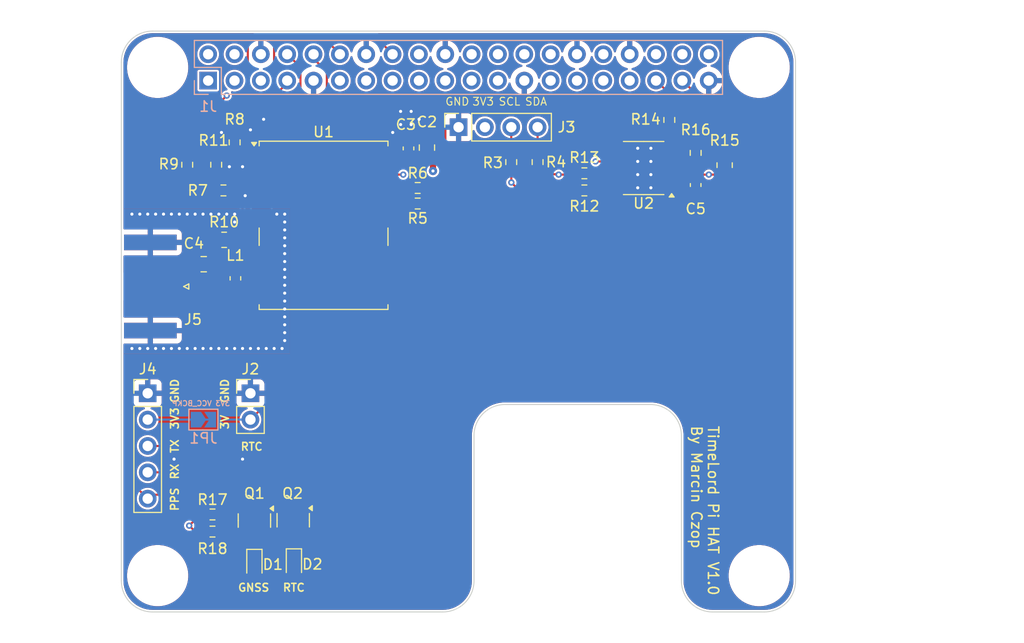
<source format=kicad_pcb>
(kicad_pcb (version 20241229) (generator "pcbnew") (generator_version "9.0")
  (title_block (date "15 nov 2012"))
  (layers (0 "F.Cu" signal) (4 "In1.Cu" signal) (6 "In2.Cu" signal) (2 "B.Cu" signal) (13 "F.Paste" user) (15 "B.Paste" user) (5 "F.SilkS" user "F.Silkscreen") (7 "B.SilkS" user "B.Silkscreen") (1 "F.Mask" user) (3 "B.Mask" user) (25 "Edge.Cuts" user))
  (net 0 "")
  (net 1 "GND")
  (net 2 "/GPIO17")
  (net 3 "/GPIO27")
  (net 4 "/GPIO22")
  (net 5 "/GPIO10{slash}SPI0.MOSI")
  (net 6 "/GPIO9{slash}SPI0.MISO")
  (net 7 "/GPIO25")
  (net 8 "/GPIO11{slash}SPI0.SCLK")
  (net 9 "/GPIO8{slash}SPI0.CE0")
  (net 10 "/GPIO7{slash}SPI0.CE1")
  (net 11 "/ID_SDA")
  (net 12 "/ID_SCL")
  (net 13 "/GPIO5")
  (net 14 "/GPIO6")
  (net 15 "/GPIO12{slash}PWM0")
  (net 16 "/GPIO13{slash}PWM1")
  (net 17 "/GPIO16")
  (net 18 "/GPIO20{slash}PCM.DIN")
  (net 19 "/GPIO21{slash}PCM.DOUT")
  (net 20 "+5V")
  (net 21 "UART_TX")
  (net 22 "+3.3V")
  (net 23 "UART_RX")
  (net 24 "SCL")
  (net 25 "SDA")
  (net 26 "PPS")
  (net 27 "VCC_BCKP")
  (net 28 "RESET")
  (net 29 "SAFEBOOT")
  (net 30 "EXTINT")
  (net 31 "PPS_RTC")
  (net 32 "RTC_RESET")
  (net 33 "Net-(D1-K)")
  (net 34 "Net-(D2-K)")
  (net 35 "Net-(C4-Pad1)")
  (net 36 "Net-(J3-Pin_3)")
  (net 37 "Net-(J3-Pin_4)")
  (net 38 "RF")
  (net 39 "Net-(U1-TXD)")
  (net 40 "Net-(U1-RXD)")
  (net 41 "Net-(U1-EXTINT)")
  (net 42 "Net-(U1-SAFEBOOT_N)")
  (net 43 "Net-(U1-~{RESET})")
  (net 44 "Net-(U1-VCC_RF)")
  (net 45 "Net-(U1-TIMEPULSE)")
  (net 46 "Net-(U2-SCL)")
  (net 47 "Net-(U2-SDA)")
  (net 48 "Net-(U2-~{RST})")
  (net 49 "Net-(U2-~{INT}{slash}SQW)")
  (net 56 "Net-(D1-A)")
  (net 57 "Net-(D2-A)")
  (footprint "Connector_PinSocket_2.54mm:PinSocket_1x04_P2.54mm_Vertical" (layer "F.Cu") (at 132.512 53.264 90)
    (property "Reference" "J3" (at 0 10.414 180) (layer "F.SilkS"))
    (property "Value" "OLED")
    (pad "1" thru_hole rect (at 0 0 90) (size 1.7 1.7) (drill 1) (layers "*.Cu" "*.Mask") (net 1 "GND"))
    (pad "2" thru_hole oval (at 0 2.54 90) (size 1.7 1.7) (drill 1) (layers "*.Cu" "*.Mask") (net 22 "+3.3V"))
    (pad "3" thru_hole oval (at 0 5.08 90) (size 1.7 1.7) (drill 1) (layers "*.Cu" "*.Mask") (net 36 "Net-(J3-Pin_3)"))
    (pad "4" thru_hole oval (at 0 7.62 90) (size 1.7 1.7) (drill 1) (layers "*.Cu" "*.Mask") (net 37 "Net-(J3-Pin_4)"))
  )
  (footprint "MountingHole:MountingHole_2.7mm_M2.5" (layer "F.Cu") (at 161.5 47.5)
    (property "Reference" "MH2" (hide yes))
    (property "Value" "MountingHole_2.7mm_M2.5" (hide yes))
    (pad "" np_thru_hole circle (at 0 0) (size 2.7 2.7) (drill 2.7) (layers "*.Cu" "*.Mask"))
  )
  (footprint "Resistor_SMD:R_0603_1608Metric" (layer "F.Cu") (at 108.7865 92.253)
    (property "Reference" "R18" (at 0 1.651 0) (layer "F.SilkS"))
    (property "Value" "470")
    (pad "1" smd roundrect (at -0.825 0) (size 0.8 0.95) (layers "F.Cu" "F.Mask" "F.Paste") (net 22 "+3.3V"))
    (pad "2" smd roundrect (at 0.825 0) (size 0.8 0.95) (layers "F.Cu" "F.Mask" "F.Paste") (net 57 "Net-(D2-A)"))
  )
  (footprint "Resistor_SMD:R_0603_1608Metric" (layer "F.Cu") (at 140.132 56.629 -90)
    (property "Reference" "R4" (at 0 -1.778 0) (layer "F.SilkS"))
    (property "Value" "33")
    (pad "1" smd roundrect (at -0.825 0 270) (size 0.8 0.95) (layers "F.Cu" "F.Mask" "F.Paste") (net 37 "Net-(J3-Pin_4)"))
    (pad "2" smd roundrect (at 0.825 0 270) (size 0.8 0.95) (layers "F.Cu" "F.Mask" "F.Paste") (net 25 "SDA"))
  )
  (footprint "Resistor_SMD:R_0603_1608Metric" (layer "F.Cu") (at 155.372 55.741 -90)
    (property "Reference" "R16" (at -2.223 0 180) (layer "F.SilkS"))
    (property "Value" "33")
    (pad "1" smd roundrect (at -0.825 0 270) (size 0.8 0.95) (layers "F.Cu" "F.Mask" "F.Paste") (net 31 "PPS_RTC"))
    (pad "2" smd roundrect (at 0.825 0 270) (size 0.8 0.95) (layers "F.Cu" "F.Mask" "F.Paste") (net 49 "Net-(U2-~{INT}{slash}SQW)"))
  )
  (footprint "Resistor_SMD:R_0603_1608Metric" (layer "F.Cu") (at 108.7865 90.602)
    (property "Reference" "R17" (at 0 -1.43 0) (layer "F.SilkS"))
    (property "Value" "470")
    (pad "1" smd roundrect (at -0.825 0) (size 0.8 0.95) (layers "F.Cu" "F.Mask" "F.Paste") (net 22 "+3.3V"))
    (pad "2" smd roundrect (at 0.825 0) (size 0.8 0.95) (layers "F.Cu" "F.Mask" "F.Paste") (net 56 "Net-(D1-A)"))
  )
  (footprint "Resistor_SMD:R_0603_1608Metric" (layer "F.Cu") (at 137.592 56.629 90)
    (property "Reference" "R3" (at -0.063 -1.778 0) (layer "F.SilkS"))
    (property "Value" "33")
    (pad "1" smd roundrect (at -0.825 0 90) (size 0.8 0.95) (layers "F.Cu" "F.Mask" "F.Paste") (net 24 "SCL"))
    (pad "2" smd roundrect (at 0.825 0 90) (size 0.8 0.95) (layers "F.Cu" "F.Mask" "F.Paste") (net 36 "Net-(J3-Pin_3)"))
  )
  (footprint "Resistor_SMD:R_0603_1608Metric" (layer "F.Cu") (at 109.144 56.883 -90)
    (property "Reference" "R11" (at -2.349 0.254 180) (layer "F.SilkS"))
    (property "Value" "33")
    (pad "1" smd roundrect (at -0.825 0 270) (size 0.8 0.95) (layers "F.Cu" "F.Mask" "F.Paste") (net 26 "PPS"))
    (pad "2" smd roundrect (at 0.825 0 270) (size 0.8 0.95) (layers "F.Cu" "F.Mask" "F.Paste") (net 45 "Net-(U1-TIMEPULSE)"))
  )
  (footprint "Package_TO_SOT_SMD:SOT-23" (layer "F.Cu") (at 116.571 91.1585 -90)
    (property "Reference" "Q2" (at -2.5885 0.061 180) (layer "F.SilkS"))
    (property "Value" "BC846")
    (pad "1" smd roundrect (at -0.9375 -0.95 270) (size 1.475 0.6) (layers "F.Cu" "F.Mask" "F.Paste") (net 31 "PPS_RTC"))
    (pad "2" smd roundrect (at -0.9375 0.95 270) (size 1.475 0.6) (layers "F.Cu" "F.Mask" "F.Paste") (net 1 "GND"))
    (pad "3" smd roundrect (at 0.9375 0 270) (size 1.475 0.6) (layers "F.Cu" "F.Mask" "F.Paste") (net 34 "Net-(D2-K)"))
  )
  (footprint "RF_GPS:ublox_NEO" (layer "F.Cu") (at 119.496 62.724)
    (property "Reference" "U1" (at 0 -9 0) (layer "F.SilkS"))
    (property "Value" "NEO-F10T")
    (pad "1" smd roundrect (at -6 -7) (size 1.8 0.8) (layers "F.Cu" "F.Mask" "F.Paste") (net 42 "Net-(U1-SAFEBOOT_N)"))
    (pad "2" smd roundrect (at -6 -5.9) (size 1.8 0.8) (layers "F.Cu" "F.Mask" "F.Paste"))
    (pad "3" smd roundrect (at -6 -4.8) (size 1.8 0.8) (layers "F.Cu" "F.Mask" "F.Paste") (net 45 "Net-(U1-TIMEPULSE)"))
    (pad "4" smd roundrect (at -6 -3.7) (size 1.8 0.8) (layers "F.Cu" "F.Mask" "F.Paste") (net 41 "Net-(U1-EXTINT)"))
    (pad "5" smd roundrect (at -6 -2.6) (size 1.8 0.8) (layers "F.Cu" "F.Mask" "F.Paste"))
    (pad "6" smd roundrect (at -6 -1.5) (size 1.8 0.8) (layers "F.Cu" "F.Mask" "F.Paste"))
    (pad "7" smd roundrect (at -6 -0.4) (size 1.8 0.8) (layers "F.Cu" "F.Mask" "F.Paste"))
    (pad "8" smd roundrect (at -6 2.6) (size 1.8 0.8) (layers "F.Cu" "F.Mask" "F.Paste") (net 43 "Net-(U1-~{RESET})"))
    (pad "9" smd roundrect (at -6 3.7) (size 1.8 0.8) (layers "F.Cu" "F.Mask" "F.Paste") (net 44 "Net-(U1-VCC_RF)"))
    (pad "10" smd roundrect (at -6 4.8) (size 1.8 0.8) (layers "F.Cu" "F.Mask" "F.Paste") (net 1 "GND"))
    (pad "11" smd roundrect (at -6 5.9) (size 1.8 0.8) (layers "F.Cu" "F.Mask" "F.Paste") (net 38 "RF"))
    (pad "12" smd roundrect (at -6 7) (size 1.8 0.8) (layers "F.Cu" "F.Mask" "F.Paste") (net 1 "GND"))
    (pad "13" smd roundrect (at 6 7) (size 1.8 0.8) (layers "F.Cu" "F.Mask" "F.Paste") (net 1 "GND"))
    (pad "14" smd roundrect (at 6 5.9) (size 1.8 0.8) (layers "F.Cu" "F.Mask" "F.Paste"))
    (pad "15" smd roundrect (at 6 4.8) (size 1.8 0.8) (layers "F.Cu" "F.Mask" "F.Paste"))
    (pad "16" smd roundrect (at 6 3.7) (size 1.8 0.8) (layers "F.Cu" "F.Mask" "F.Paste"))
    (pad "17" smd roundrect (at 6 2.6) (size 1.8 0.8) (layers "F.Cu" "F.Mask" "F.Paste"))
    (pad "18" smd roundrect (at 6 -0.4) (size 1.8 0.8) (layers "F.Cu" "F.Mask" "F.Paste"))
    (pad "19" smd roundrect (at 6 -1.5) (size 1.8 0.8) (layers "F.Cu" "F.Mask" "F.Paste"))
    (pad "20" smd roundrect (at 6 -2.6) (size 1.8 0.8) (layers "F.Cu" "F.Mask" "F.Paste") (net 39 "Net-(U1-TXD)"))
    (pad "21" smd roundrect (at 6 -3.7) (size 1.8 0.8) (layers "F.Cu" "F.Mask" "F.Paste") (net 40 "Net-(U1-RXD)"))
    (pad "22" smd roundrect (at 6 -4.8) (size 1.8 0.8) (layers "F.Cu" "F.Mask" "F.Paste") (net 27 "VCC_BCKP"))
    (pad "23" smd roundrect (at 6 -5.9) (size 1.8 0.8) (layers "F.Cu" "F.Mask" "F.Paste") (net 22 "+3.3V"))
    (pad "24" smd roundrect (at 6 -7) (size 1.8 0.8) (layers "F.Cu" "F.Mask" "F.Paste") (net 1 "GND"))
  )
  (footprint "Package_SO:SOIC-8_3.9x4.9mm_P1.27mm" (layer "F.Cu") (at 150.357 57.201 180)
    (property "Reference" "U2" (at 0 -3.4 0) (layer "F.SilkS"))
    (property "Value" "DS3232M")
    (pad "1" smd roundrect (at -2.475 -1.905 180) (size 1.95 0.6) (layers "F.Cu" "F.Mask" "F.Paste"))
    (pad "2" smd roundrect (at -2.475 -0.635 180) (size 1.95 0.6) (layers "F.Cu" "F.Mask" "F.Paste") (net 22 "+3.3V"))
    (pad "3" smd roundrect (at -2.475 0.635 180) (size 1.95 0.6) (layers "F.Cu" "F.Mask" "F.Paste") (net 49 "Net-(U2-~{INT}{slash}SQW)"))
    (pad "4" smd roundrect (at -2.475 1.905 180) (size 1.95 0.6) (layers "F.Cu" "F.Mask" "F.Paste") (net 48 "Net-(U2-~{RST})"))
    (pad "5" smd roundrect (at 2.475 1.905 180) (size 1.95 0.6) (layers "F.Cu" "F.Mask" "F.Paste") (net 1 "GND"))
    (pad "6" smd roundrect (at 2.475 0.635 180) (size 1.95 0.6) (layers "F.Cu" "F.Mask" "F.Paste") (net 27 "VCC_BCKP"))
    (pad "7" smd roundrect (at 2.475 -0.635 180) (size 1.95 0.6) (layers "F.Cu" "F.Mask" "F.Paste") (net 47 "Net-(U2-SDA)"))
    (pad "8" smd roundrect (at 2.475 -1.905 180) (size 1.95 0.6) (layers "F.Cu" "F.Mask" "F.Paste") (net 46 "Net-(U2-SCL)"))
  )
  (footprint "Resistor_SMD:R_0805_2012Metric" (layer "F.Cu") (at 158.166 56.9235 -90)
    (property "Reference" "R15" (at -2.3895 0 180) (layer "F.SilkS"))
    (property "Value" "10k")
    (pad "1" smd roundrect (at -0.9125 0 270) (size 1.025 1.4) (layers "F.Cu" "F.Mask" "F.Paste") (roundrect_rratio 0.243902) (net 49 "Net-(U2-~{INT}{slash}SQW)"))
    (pad "2" smd roundrect (at 0.9125 0 270) (size 1.025 1.4) (layers "F.Cu" "F.Mask" "F.Paste") (roundrect_rratio 0.243902) (net 22 "+3.3V"))
  )
  (footprint "MountingHole:MountingHole_2.7mm_M2.5" (layer "F.Cu") (at 103.5 96.5)
    (property "Reference" "MH3" (hide yes))
    (property "Value" "MountingHole_2.7mm_M2.5" (hide yes))
    (pad "" np_thru_hole circle (at 0 0) (size 2.7 2.7) (drill 2.7) (layers "*.Cu" "*.Mask"))
  )
  (footprint "Capacitor_SMD:C_0603_1608Metric" (layer "F.Cu") (at 127.686 55.309 -90)
    (property "Reference" "C3" (at -2.299 0.254 180) (layer "F.SilkS"))
    (property "Value" "1u")
    (pad "1" smd roundrect (at -0.775 0 270) (size 0.9 0.95) (layers "F.Cu" "F.Mask" "F.Paste") (net 1 "GND"))
    (pad "2" smd roundrect (at 0.775 0 270) (size 0.9 0.95) (layers "F.Cu" "F.Mask" "F.Paste") (net 22 "+3.3V"))
  )
  (footprint "Capacitor_SMD:C_0805_2012Metric" (layer "F.Cu") (at 107.94 66.472 180)
    (property "Reference" "C4" (at 0.95 2 0) (layer "F.SilkS"))
    (property "Value" "10n")
    (pad "1" smd roundrect (at -0.95 0 180) (size 1 1.45) (layers "F.Cu" "F.Mask" "F.Paste") (net 35 "Net-(C4-Pad1)"))
    (pad "2" smd roundrect (at 0.95 0 180) (size 1 1.45) (layers "F.Cu" "F.Mask" "F.Paste") (net 1 "GND"))
  )
  (footprint "Resistor_SMD:R_0603_1608Metric" (layer "F.Cu") (at 110.922 54.725 -90)
    (property "Reference" "R8" (at -2.223 0 180) (layer "F.SilkS"))
    (property "Value" "33")
    (pad "1" smd roundrect (at -0.825 0 270) (size 0.8 0.95) (layers "F.Cu" "F.Mask" "F.Paste") (net 29 "SAFEBOOT"))
    (pad "2" smd roundrect (at 0.825 0 270) (size 0.8 0.95) (layers "F.Cu" "F.Mask" "F.Paste") (net 42 "Net-(U1-SAFEBOOT_N)"))
  )
  (footprint "Connector_PinHeader_2.54mm:PinHeader_1x02_P2.54mm_Vertical" (layer "F.Cu") (at 112.446 78.918)
    (property "Reference" "J2" (at 0 -2.33 0) (layer "F.SilkS"))
    (property "Value" "BCKP_PWR")
    (pad "1" thru_hole rect (at 0 0) (size 1.7 1.7) (drill 1) (layers "*.Cu" "*.Mask") (net 1 "GND"))
    (pad "2" thru_hole oval (at 0 2.54) (size 1.7 1.7) (drill 1) (layers "*.Cu" "*.Mask") (net 27 "VCC_BCKP"))
  )
  (footprint "MountingHole:MountingHole_2.7mm_M2.5" (layer "F.Cu") (at 103.5 47.5)
    (property "Reference" "MH1" (hide yes))
    (property "Value" "MountingHole_2.7mm_M2.5" (hide yes))
    (pad "" np_thru_hole circle (at 0 0) (size 2.7 2.7) (drill 2.7) (layers "*.Cu" "*.Mask"))
  )
  (footprint "Resistor_SMD:R_0603_1608Metric" (layer "F.Cu") (at 144.641 59.36)
    (property "Reference" "R12" (at 0 1.524 0) (layer "F.SilkS"))
    (property "Value" "33")
    (pad "1" smd roundrect (at -0.825 0) (size 0.8 0.95) (layers "F.Cu" "F.Mask" "F.Paste") (net 24 "SCL"))
    (pad "2" smd roundrect (at 0.825 0) (size 0.8 0.95) (layers "F.Cu" "F.Mask" "F.Paste") (net 46 "Net-(U2-SCL)"))
  )
  (footprint "Connector_PinHeader_2.54mm:PinHeader_1x05_P2.54mm_Vertical" (layer "F.Cu") (at 102.54 78.918)
    (property "Reference" "J4" (at 0 -2.33 0) (layer "F.SilkS"))
    (property "Value" "EXTERNAL")
    (pad "1" thru_hole rect (at 0 0) (size 1.7 1.7) (drill 1) (layers "*.Cu" "*.Mask") (net 1 "GND"))
    (pad "2" thru_hole oval (at 0 2.54) (size 1.7 1.7) (drill 1) (layers "*.Cu" "*.Mask") (net 22 "+3.3V"))
    (pad "3" thru_hole oval (at 0 5.08) (size 1.7 1.7) (drill 1) (layers "*.Cu" "*.Mask") (net 21 "UART_TX"))
    (pad "4" thru_hole oval (at 0 7.62) (size 1.7 1.7) (drill 1) (layers "*.Cu" "*.Mask") (net 23 "UART_RX"))
    (pad "5" thru_hole oval (at 0 10.16) (size 1.7 1.7) (drill 1) (layers "*.Cu" "*.Mask") (net 26 "PPS"))
  )
  (footprint "Capacitor_SMD:C_0805_2012Metric" (layer "F.Cu") (at 129.464 55.23 -90)
    (property "Reference" "C2" (at -2.474 0 180) (layer "F.SilkS"))
    (property "Value" "22u")
    (pad "1" smd roundrect (at -0.95 0 270) (size 1 1.45) (layers "F.Cu" "F.Mask" "F.Paste") (net 1 "GND"))
    (pad "2" smd roundrect (at 0.95 0 270) (size 1 1.45) (layers "F.Cu" "F.Mask" "F.Paste") (net 22 "+3.3V"))
  )
  (footprint "Resistor_SMD:R_0603_1608Metric" (layer "F.Cu") (at 152.832 52.565 90)
    (property "Reference" "R14" (at 0.063 -2.286 180) (layer "F.SilkS"))
    (property "Value" "33")
    (pad "1" smd roundrect (at -0.825 0 90) (size 0.8 0.95) (layers "F.Cu" "F.Mask" "F.Paste") (net 48 "Net-(U2-~{RST})"))
    (pad "2" smd roundrect (at 0.825 0 90) (size 0.8 0.95) (layers "F.Cu" "F.Mask" "F.Paste") (net 32 "RTC_RESET"))
  )
  (footprint "Inductor_SMD:L_0603_1608Metric" (layer "F.Cu") (at 110.996 67.8365 -90)
    (property "Reference" "L1" (at -2.2125 0 180) (layer "F.SilkS"))
    (property "Value" "47n")
    (pad "1" smd roundrect (at -0.7875 0 270) (size 0.875 0.95) (layers "F.Cu" "F.Mask" "F.Paste") (net 35 "Net-(C4-Pad1)"))
    (pad "2" smd roundrect (at 0.7875 0 270) (size 0.875 0.95) (layers "F.Cu" "F.Mask" "F.Paste") (net 38 "RF"))
  )
  (footprint "Resistor_SMD:R_0603_1608Metric" (layer "F.Cu") (at 144.641 57.709 180)
    (property "Reference" "R13" (at 0 1.524 0) (layer "F.SilkS"))
    (property "Value" "33")
    (pad "1" smd roundrect (at -0.825 0 180) (size 0.8 0.95) (layers "F.Cu" "F.Mask" "F.Paste") (net 47 "Net-(U2-SDA)"))
    (pad "2" smd roundrect (at 0.825 0 180) (size 0.8 0.95) (layers "F.Cu" "F.Mask" "F.Paste") (net 25 "SDA"))
  )
  (footprint "MountingHole:MountingHole_2.7mm_M2.5" (layer "F.Cu") (at 161.5 96.5)
    (property "Reference" "MH4" (hide yes))
    (property "Value" "MountingHole_2.7mm_M2.5" (hide yes))
    (pad "" np_thru_hole circle (at 0 0) (size 2.7 2.7) (drill 2.7) (layers "*.Cu" "*.Mask"))
  )
  (footprint "LED_SMD:LED_0603_1608Metric" (layer "F.Cu") (at 116.637 95.4025 -90)
    (property "Reference" "D2" (at 0 -1.778 180) (layer "F.SilkS"))
    (property "Value" "LED")
    (pad "1" smd roundrect (at -0.7875 0 270) (size 0.875 0.95) (layers "F.Cu" "F.Mask" "F.Paste") (net 34 "Net-(D2-K)"))
    (pad "2" smd roundrect (at 0.7875 0 270) (size 0.875 0.95) (layers "F.Cu" "F.Mask" "F.Paste") (net 57 "Net-(D2-A)"))
  )
  (footprint "Package_TO_SOT_SMD:SOT-23" (layer "F.Cu") (at 112.827 91.1885 -90)
    (property "Reference" "Q1" (at -2.6185 0 180) (layer "F.SilkS"))
    (property "Value" "BC846")
    (pad "1" smd roundrect (at -0.9375 -0.95 270) (size 1.475 0.6) (layers "F.Cu" "F.Mask" "F.Paste") (net 26 "PPS"))
    (pad "2" smd roundrect (at -0.9375 0.95 270) (size 1.475 0.6) (layers "F.Cu" "F.Mask" "F.Paste") (net 1 "GND"))
    (pad "3" smd roundrect (at 0.9375 0 270) (size 1.475 0.6) (layers "F.Cu" "F.Mask" "F.Paste") (net 33 "Net-(D1-K)"))
  )
  (footprint "LED_SMD:LED_0603_1608Metric" (layer "F.Cu") (at 112.827 95.4535 -90)
    (property "Reference" "D1" (at -0.0255 -1.778 180) (layer "F.SilkS"))
    (property "Value" "LED")
    (pad "1" smd roundrect (at -0.7875 0 270) (size 0.875 0.95) (layers "F.Cu" "F.Mask" "F.Paste") (net 33 "Net-(D1-K)"))
    (pad "2" smd roundrect (at 0.7875 0 270) (size 0.875 0.95) (layers "F.Cu" "F.Mask" "F.Paste") (net 56 "Net-(D1-A)"))
  )
  (footprint "Resistor_SMD:R_0603_1608Metric" (layer "F.Cu") (at 128.571 59.124)
    (property "Reference" "R6" (at 0 -1.43 0) (layer "F.SilkS"))
    (property "Value" "33")
    (pad "1" smd roundrect (at -0.825 0) (size 0.8 0.95) (layers "F.Cu" "F.Mask" "F.Paste") (net 40 "Net-(U1-RXD)"))
    (pad "2" smd roundrect (at 0.825 0) (size 0.8 0.95) (layers "F.Cu" "F.Mask" "F.Paste") (net 21 "UART_TX"))
  )
  (footprint "Resistor_SMD:R_0603_1608Metric" (layer "F.Cu") (at 128.571 60.624 180)
    (property "Reference" "R5" (at 0 -1.43 0) (layer "F.SilkS"))
    (property "Value" "33")
    (pad "1" smd roundrect (at -0.825 0 180) (size 0.8 0.95) (layers "F.Cu" "F.Mask" "F.Paste") (net 23 "UART_RX"))
    (pad "2" smd roundrect (at 0.825 0 180) (size 0.8 0.95) (layers "F.Cu" "F.Mask" "F.Paste") (net 39 "Net-(U1-TXD)"))
  )
  (footprint "Resistor_SMD:R_0805_2012Metric" (layer "F.Cu") (at 109.9085 64.124 180)
    (property "Reference" "R10" (at 0.0025 1.716 0) (layer "F.SilkS"))
    (property "Value" "10")
    (pad "1" smd roundrect (at -0.9125 0 180) (size 1.025 1.4) (layers "F.Cu" "F.Mask" "F.Paste") (roundrect_rratio 0.243902) (net 44 "Net-(U1-VCC_RF)"))
    (pad "2" smd roundrect (at 0.9125 0 180) (size 1.025 1.4) (layers "F.Cu" "F.Mask" "F.Paste") (roundrect_rratio 0.243902) (net 35 "Net-(C4-Pad1)"))
  )
  (footprint "Resistor_SMD:R_0603_1608Metric" (layer "F.Cu") (at 106.35 56.883 90)
    (property "Reference" "R9" (at 0.063 -1.778 180) (layer "F.SilkS"))
    (property "Value" "33")
    (pad "1" smd roundrect (at -0.825 0 90) (size 0.8 0.95) (layers "F.Cu" "F.Mask" "F.Paste") (net 43 "Net-(U1-~{RESET})"))
    (pad "2" smd roundrect (at 0.825 0 90) (size 0.8 0.95) (layers "F.Cu" "F.Mask" "F.Paste") (net 28 "RESET"))
  )
  (footprint "Connector_Coaxial:SMA_Amphenol_132289_EdgeMount" (layer "F.Cu") (at 102.794 68.624 180)
    (property "Reference" "J5" (at -4.108 -3.182 180) (layer "F.SilkS"))
    (property "Value" "SMA")
    (pad "1" smd rect (at 0 0 270) (size 1.5 5.08) (layers "F.Cu" "F.Mask" "F.Paste") (net 38 "RF"))
    (pad "2" smd rect (at 0 -4.25 270) (size 1.5 5.08) (layers "F.Cu" "F.Mask" "F.Paste") (net 1 "GND"))
    (pad "2" smd rect (at 0 -4.25 270) (size 1.5 5.08) (layers "B.Cu" "B.Mask" "B.Paste") (net 1 "GND"))
    (pad "2" smd rect (at 0 4.25 270) (size 1.5 5.08) (layers "F.Cu" "F.Mask" "F.Paste") (net 1 "GND"))
    (pad "2" smd rect (at 0 4.25 270) (size 1.5 5.08) (layers "B.Cu" "B.Mask" "B.Paste") (net 1 "GND"))
  )
  (footprint "Resistor_SMD:R_0603_1608Metric" (layer "F.Cu") (at 109.843 59.36)
    (property "Reference" "R7" (at -2.477 0 0) (layer "F.SilkS"))
    (property "Value" "33")
    (pad "1" smd roundrect (at -0.825 0) (size 0.8 0.95) (layers "F.Cu" "F.Mask" "F.Paste") (net 30 "EXTINT"))
    (pad "2" smd roundrect (at 0.825 0) (size 0.8 0.95) (layers "F.Cu" "F.Mask" "F.Paste") (net 41 "Net-(U1-EXTINT)"))
  )
  (footprint "Capacitor_SMD:C_0603_1608Metric" (layer "F.Cu") (at 155.372 58.839 -90)
    (property "Reference" "C5" (at 2.299 0 180) (layer "F.SilkS"))
    (property "Value" "1u")
    (pad "1" smd roundrect (at -0.775 0 270) (size 0.9 0.95) (layers "F.Cu" "F.Mask" "F.Paste") (net 22 "+3.3V"))
    (pad "2" smd roundrect (at 0.775 0 270) (size 0.9 0.95) (layers "F.Cu" "F.Mask" "F.Paste") (net 1 "GND"))
  )
  (footprint "Connector_PinSocket_2.54mm:PinSocket_2x20_P2.54mm_Vertical" (layer "B.Cu") (at 108.37 48.77 -90)
    (property "Reference" "J1" (at 2.5 0 0) (layer "B.SilkS") (effects (justify mirror)))
    (property "Value" "GPIO")
    (pad "1" thru_hole rect (at 0 0 270) (size 1.7 1.7) (drill 1) (layers "*.Cu" "*.Mask") (net 22 "+3.3V"))
    (pad "2" thru_hole oval (at -2.54 0 270) (size 1.7 1.7) (drill 1) (layers "*.Cu" "*.Mask") (net 20 "+5V"))
    (pad "3" thru_hole oval (at 0 -2.54 270) (size 1.7 1.7) (drill 1) (layers "*.Cu" "*.Mask") (net 25 "SDA"))
    (pad "4" thru_hole oval (at -2.54 -2.54 270) (size 1.7 1.7) (drill 1) (layers "*.Cu" "*.Mask") (net 20 "+5V"))
    (pad "5" thru_hole oval (at 0 -5.08 270) (size 1.7 1.7) (drill 1) (layers "*.Cu" "*.Mask") (net 24 "SCL"))
    (pad "6" thru_hole oval (at -2.54 -5.08 270) (size 1.7 1.7) (drill 1) (layers "*.Cu" "*.Mask") (net 1 "GND"))
    (pad "7" thru_hole oval (at 0 -7.62 270) (size 1.7 1.7) (drill 1) (layers "*.Cu" "*.Mask") (net 26 "PPS"))
    (pad "8" thru_hole oval (at -2.54 -7.62 270) (size 1.7 1.7) (drill 1) (layers "*.Cu" "*.Mask") (net 21 "UART_TX"))
    (pad "9" thru_hole oval (at 0 -10.16 270) (size 1.7 1.7) (drill 1) (layers "*.Cu" "*.Mask") (net 1 "GND"))
    (pad "10" thru_hole oval (at -2.54 -10.16 270) (size 1.7 1.7) (drill 1) (layers "*.Cu" "*.Mask") (net 23 "UART_RX"))
    (pad "11" thru_hole oval (at 0 -12.7 270) (size 1.7 1.7) (drill 1) (layers "*.Cu" "*.Mask") (net 2 "/GPIO17"))
    (pad "12" thru_hole oval (at -2.54 -12.7 270) (size 1.7 1.7) (drill 1) (layers "*.Cu" "*.Mask") (net 29 "SAFEBOOT"))
    (pad "13" thru_hole oval (at 0 -15.24 270) (size 1.7 1.7) (drill 1) (layers "*.Cu" "*.Mask") (net 3 "/GPIO27"))
    (pad "14" thru_hole oval (at -2.54 -15.24 270) (size 1.7 1.7) (drill 1) (layers "*.Cu" "*.Mask") (net 1 "GND"))
    (pad "15" thru_hole oval (at 0 -17.78 270) (size 1.7 1.7) (drill 1) (layers "*.Cu" "*.Mask") (net 4 "/GPIO22"))
    (pad "16" thru_hole oval (at -2.54 -17.78 270) (size 1.7 1.7) (drill 1) (layers "*.Cu" "*.Mask") (net 30 "EXTINT"))
    (pad "17" thru_hole oval (at 0 -20.32 270) (size 1.7 1.7) (drill 1) (layers "*.Cu" "*.Mask") (net 22 "+3.3V"))
    (pad "18" thru_hole oval (at -2.54 -20.32 270) (size 1.7 1.7) (drill 1) (layers "*.Cu" "*.Mask") (net 28 "RESET"))
    (pad "19" thru_hole oval (at 0 -22.86 270) (size 1.7 1.7) (drill 1) (layers "*.Cu" "*.Mask") (net 5 "/GPIO10{slash}SPI0.MOSI"))
    (pad "20" thru_hole oval (at -2.54 -22.86 270) (size 1.7 1.7) (drill 1) (layers "*.Cu" "*.Mask") (net 1 "GND"))
    (pad "21" thru_hole oval (at 0 -25.4 270) (size 1.7 1.7) (drill 1) (layers "*.Cu" "*.Mask") (net 6 "/GPIO9{slash}SPI0.MISO"))
    (pad "22" thru_hole oval (at -2.54 -25.4 270) (size 1.7 1.7) (drill 1) (layers "*.Cu" "*.Mask") (net 7 "/GPIO25"))
    (pad "23" thru_hole oval (at 0 -27.94 270) (size 1.7 1.7) (drill 1) (layers "*.Cu" "*.Mask") (net 8 "/GPIO11{slash}SPI0.SCLK"))
    (pad "24" thru_hole oval (at -2.54 -27.94 270) (size 1.7 1.7) (drill 1) (layers "*.Cu" "*.Mask") (net 9 "/GPIO8{slash}SPI0.CE0"))
    (pad "25" thru_hole oval (at 0 -30.48 270) (size 1.7 1.7) (drill 1) (layers "*.Cu" "*.Mask") (net 1 "GND"))
    (pad "26" thru_hole oval (at -2.54 -30.48 270) (size 1.7 1.7) (drill 1) (layers "*.Cu" "*.Mask") (net 10 "/GPIO7{slash}SPI0.CE1"))
    (pad "27" thru_hole oval (at 0 -33.02 270) (size 1.7 1.7) (drill 1) (layers "*.Cu" "*.Mask") (net 11 "/ID_SDA"))
    (pad "28" thru_hole oval (at -2.54 -33.02 270) (size 1.7 1.7) (drill 1) (layers "*.Cu" "*.Mask") (net 12 "/ID_SCL"))
    (pad "29" thru_hole oval (at 0 -35.56 270) (size 1.7 1.7) (drill 1) (layers "*.Cu" "*.Mask") (net 13 "/GPIO5"))
    (pad "30" thru_hole oval (at -2.54 -35.56 270) (size 1.7 1.7) (drill 1) (layers "*.Cu" "*.Mask") (net 1 "GND"))
    (pad "31" thru_hole oval (at 0 -38.1 270) (size 1.7 1.7) (drill 1) (layers "*.Cu" "*.Mask") (net 14 "/GPIO6"))
    (pad "32" thru_hole oval (at -2.54 -38.1 270) (size 1.7 1.7) (drill 1) (layers "*.Cu" "*.Mask") (net 15 "/GPIO12{slash}PWM0"))
    (pad "33" thru_hole oval (at 0 -40.64 270) (size 1.7 1.7) (drill 1) (layers "*.Cu" "*.Mask") (net 16 "/GPIO13{slash}PWM1"))
    (pad "34" thru_hole oval (at -2.54 -40.64 270) (size 1.7 1.7) (drill 1) (layers "*.Cu" "*.Mask") (net 1 "GND"))
    (pad "35" thru_hole oval (at 0 -43.18 270) (size 1.7 1.7) (drill 1) (layers "*.Cu" "*.Mask") (net 32 "RTC_RESET"))
    (pad "36" thru_hole oval (at -2.54 -43.18 270) (size 1.7 1.7) (drill 1) (layers "*.Cu" "*.Mask") (net 17 "/GPIO16"))
    (pad "37" thru_hole oval (at 0 -45.72 270) (size 1.7 1.7) (drill 1) (layers "*.Cu" "*.Mask") (net 31 "PPS_RTC"))
    (pad "38" thru_hole oval (at -2.54 -45.72 270) (size 1.7 1.7) (drill 1) (layers "*.Cu" "*.Mask") (net 18 "/GPIO20{slash}PCM.DIN"))
    (pad "39" thru_hole oval (at 0 -48.26 270) (size 1.7 1.7) (drill 1) (layers "*.Cu" "*.Mask") (net 1 "GND"))
    (pad "40" thru_hole oval (at -2.54 -48.26 270) (size 1.7 1.7) (drill 1) (layers "*.Cu" "*.Mask") (net 19 "/GPIO21{slash}PCM.DOUT"))
  )
  (footprint "Jumper:SolderJumper-2_P1.3mm_Open_TrianglePad1.0x1.5mm" (layer "B.Cu") (at 107.911 81.458)
    (property "Reference" "JP1" (at 0 1.8 0) (layer "B.SilkS") (effects (justify mirror)))
    (property "Value" "VCC_BCPK_JMPR")
    (pad "1" smd custom (at -0.725 0) (size 0.3 0.3) (layers "B.Cu" "B.Mask") (net 22 "+3.3V") (options (clearance outline) (anchor rect)) (primitives (gr_poly (pts (xy 1 0) (xy 0.5 -0.75) (xy -0.5 -0.75) (xy -0.5 0.75) (xy 0.5 0.75)) (width 0) (fill yes))))
    (pad "2" smd custom (at 0.725 0) (size 0.3 0.3) (layers "B.Cu" "B.Mask") (net 27 "VCC_BCKP") (options (clearance outline) (anchor rect)) (primitives (gr_poly (pts (xy 0.5 -0.75) (xy -0.65 -0.75) (xy -0.15 0) (xy -0.65 0.75) (xy 0.5 0.75)) (width 0) (fill yes))))
  )
  (gr_arc (start 162 44) (mid 164.12132 44.87868) (end 165 47) (stroke (width 0.1)) (layer "Edge.Cuts"))
  (gr_line (start 165 97) (end 165 47) (stroke (width 0.1)) (layer "Edge.Cuts"))
  (gr_line (start 100 47) (end 100 81) (stroke (width 0.1)) (layer "Edge.Cuts"))
  (gr_line (start 134 97) (end 134 83) (stroke (width 0.1)) (layer "Edge.Cuts"))
  (gr_arc (start 103 100) (mid 100.87868 99.12132) (end 100 97) (stroke (width 0.1)) (layer "Edge.Cuts"))
  (gr_line (start 103 100) (end 131 100) (stroke (width 0.1)) (layer "Edge.Cuts"))
  (gr_arc (start 134 83) (mid 134.87868 80.87868) (end 137 80) (stroke (width 0.1)) (layer "Edge.Cuts"))
  (gr_arc (start 134 97) (mid 133.12132 99.12132) (end 131 100) (stroke (width 0.1)) (layer "Edge.Cuts"))
  (gr_line (start 157 100) (end 162 100) (stroke (width 0.1)) (layer "Edge.Cuts"))
  (gr_arc (start 165 97) (mid 164.12132 99.12132) (end 162 100) (stroke (width 0.1)) (layer "Edge.Cuts"))
  (gr_arc (start 157 100) (mid 154.87868 99.12132) (end 154 97) (stroke (width 0.1)) (layer "Edge.Cuts"))
  (gr_arc (start 100 47) (mid 100.87868 44.87868) (end 103 44) (stroke (width 0.1)) (layer "Edge.Cuts"))
  (gr_line (start 137 80) (end 151 80) (stroke (width 0.1)) (layer "Edge.Cuts"))
  (gr_arc (start 151 80) (mid 153.12132 80.87868) (end 154 83) (stroke (width 0.1)) (layer "Edge.Cuts"))
  (gr_line (start 100 81) (end 100 97) (stroke (width 0.1)) (layer "Edge.Cuts"))
  (gr_line (start 154 97) (end 154 83) (stroke (width 0.1)) (layer "Edge.Cuts"))
  (gr_line (start 162 44) (end 103 44) (stroke (width 0.1)) (layer "Edge.Cuts"))
  (gr_text "GNSS" (at 111.176 98.095 0) (layer "F.SilkS") (effects (font (size 0.75 0.75) (thickness 0.15) (bold yes)) (justify left bottom)))
  (gr_text "3V" (at 110.414 82.474 90) (layer "F.SilkS") (effects (font (size 0.75 0.75) (thickness 0.15) (bold yes)) (justify left bottom)))
  (gr_text "RTC\n" (at 111.43 84.506 0) (layer "F.SilkS") (effects (font (size 0.75 0.75) (thickness 0.15) (bold yes)) (justify left bottom)))
  (gr_text "RTC" (at 115.494 98.095 0) (layer "F.SilkS") (effects (font (size 0.75 0.75) (thickness 0.15) (bold yes)) (justify left bottom)))
  (gr_text "GND" (at 131.182 51.232 0) (layer "F.SilkS") (effects (font (size 0.75 0.75) (thickness 0.1)) (justify left bottom)))
  (gr_text "GND" (at 105.588 79.934 90) (layer "F.SilkS") (effects (font (size 0.75 0.75) (thickness 0.15) (bold yes)) (justify left bottom)))
  (gr_text "PPS" (at 105.588 90.348 90) (layer "F.SilkS") (effects (font (size 0.75 0.75) (thickness 0.15) (bold yes)) (justify left bottom)))
  (gr_text "SCL" (at 136.322 51.232 0) (layer "F.SilkS") (effects (font (size 0.75 0.75) (thickness 0.1)) (justify left bottom)))
  (gr_text "3V3\n" (at 133.782 51.232 0) (layer "F.SilkS") (effects (font (size 0.75 0.75) (thickness 0.1)) (justify left bottom)))
  (gr_text "GND" (at 110.414 79.934 90) (layer "F.SilkS") (effects (font (size 0.75 0.75) (thickness 0.15) (bold yes)) (justify left bottom)))
  (gr_text "SDA" (at 138.862 51.232 0) (layer "F.SilkS") (effects (font (size 0.75 0.75) (thickness 0.1)) (justify left bottom)))
  (gr_text "TX\n" (at 105.588 84.76 90) (layer "F.SilkS") (effects (font (size 0.75 0.75) (thickness 0.15) (bold yes)) (justify left bottom)))
  (gr_text "TimeLord Pi HAT V1.0\nBy Marcin Czop" (at 154.864 81.966 270) (layer "F.SilkS") (effects (font (size 1 1)) (justify left bottom)))
  (gr_text "3V3" (at 105.588 82.474 90) (layer "F.SilkS") (effects (font (size 0.75 0.75) (thickness 0.15) (bold yes)) (justify left bottom)))
  (gr_text "RX\n" (at 105.588 87.3 90) (layer "F.SilkS") (effects (font (size 0.75 0.75) (thickness 0.15) (bold yes)) (justify left bottom)))
  (gr_text "3V3 VCC_BCKP" (at 104.826 80.188 0) (layer "B.SilkS") (effects (font (size 0.5 0.5) (thickness 0.1) (bold yes)) (justify right bottom mirror)))
  (via (at 114.986 61.646) (size 0.6) (drill 0.3) (layers "F.Cu" "B.Cu") (net 1))
  (via (at 126.924 51.74) (size 0.6) (drill 0.3) (layers "F.Cu" "B.Cu") (net 1))
  (via (at 109.398 61.646) (size 0.6) (drill 0.3) (layers "F.Cu" "B.Cu") (net 1))
  (via (at 128.702 52.502) (size 0.6) (drill 0.3) (layers "F.Cu" "B.Cu") (net 1))
  (via (at 110.414 57.074) (size 0.6) (drill 0.3) (layers "F.Cu" "B.Cu") (net 1))
  (via (at 111.684 74.6) (size 0.6) (drill 0.3) (layers "F.Cu" "B.Cu") (net 1))
  (via (at 111.684 85.268) (size 0.6) (drill 0.3) (layers "F.Cu" "B.Cu") (net 1))
  (via (at 151.054 57.836) (size 0.6) (drill 0.3) (layers "F.Cu" "B.Cu") (net 1))
  (via (at 115.748 72.314) (size 0.6) (drill 0.3) (layers "F.Cu" "B.Cu") (net 1))
  (via (at 101.016 74.6) (size 0.6) (drill 0.3) (layers "F.Cu" "B.Cu") (net 1))
  (via (at 109.398 74.6) (size 0.6) (drill 0.3) (layers "F.Cu" "B.Cu") (net 1))
  (via (at 104.826 74.6) (size 0.6) (drill 0.3) (layers "F.Cu" "B.Cu") (net 1))
  (via (at 102.54 61.646) (size 0.6) (drill 0.3) (layers "F.Cu" "B.Cu") (net 1))
  (via (at 115.748 70.79) (size 0.6) (drill 0.3) (layers "F.Cu" "B.Cu") (net 1))
  (via (at 115.748 73.838) (size 0.6) (drill 0.3) (layers "F.Cu" "B.Cu") (net 1))
  (via (at 115.748 66.218) (size 0.6) (drill 0.3) (layers "F.Cu" "B.Cu") (net 1))
  (via (at 151.054 56.566) (size 0.6) (drill 0.3) (layers "F.Cu" "B.Cu") (net 1))
  (via (at 106.35 61.646) (size 0.6) (drill 0.3) (layers "F.Cu" "B.Cu") (net 1))
  (via (at 112.446 53.518) (size 0.6) (drill 0.3) (layers "F.Cu" "B.Cu") (net 1))
  (via (at 115.748 61.646) (size 0.6) (drill 0.3) (layers "F.Cu" "B.Cu") (net 1))
  (via (at 151.054 59.106) (size 0.6) (drill 0.3) (layers "F.Cu" "B.Cu") (net 1))
  (via (at 105.08 85.268) (size 0.6) (drill 0.3) (layers "F.Cu" "B.Cu") (net 1))
  (via (at 115.748 63.17) (size 0.6) (drill 0.3) (layers "F.Cu" "B.Cu") (net 1))
  (via (at 115.494 74.6) (size 0.6) (drill 0.3) (layers "F.Cu" "B.Cu") (net 1))
  (via (at 105.588 74.6) (size 0.6) (drill 0.3) (layers "F.Cu" "B.Cu") (net 1))
  (via (at 101.778 74.6) (size 0.6) (drill 0.3) (layers "F.Cu" "B.Cu") (net 1))
  (via (at 115.748 70.028) (size 0.6) (drill 0.3) (layers "F.Cu" "B.Cu") (net 1))
  (via (at 149.784 56.566) (size 0.6) (drill 0.3) (layers "F.Cu" "B.Cu") (net 1))
  (via (at 115.748 64.694) (size 0.6) (drill 0.3) (layers "F.Cu" "B.Cu") (net 1))
  (via (at 115.748 67.742) (size 0.6) (drill 0.3) (layers "F.Cu" "B.Cu") (net 1))
  (via (at 108.636 61.646) (size 0.6) (drill 0.3) (layers "F.Cu" "B.Cu") (net 1))
  (via (at 112.446 74.6) (size 0.6) (drill 0.3) (layers "F.Cu" "B.Cu") (net 1))
  (via (at 110.16 74.6) (size 0.6) (drill 0.3) (layers "F.Cu" "B.Cu") (net 1))
  (via (at 104.064 74.6) (size 0.6) (drill 0.3) (layers "F.Cu" "B.Cu") (net 1))
  (via (at 106.35 74.6) (size 0.6) (drill 0.3) (layers "F.Cu" "B.Cu") (net 1))
  (via (at 111.938 59.868) (size 0.6) (drill 0.3) (layers "F.Cu" "B.Cu") (net 1))
  (via (at 104.064 61.646) (size 0.6) (drill 0.3) (layers "F.Cu" "B.Cu") (net 1))
  (via (at 114.732 74.6) (size 0.6) (drill 0.3) (layers "F.Cu" "B.Cu") (net 1))
  (via (at 109.652 53.772) (size 0.6) (drill 0.3) (layers "F.Cu" "B.Cu") (net 1))
  (via (at 102.54 74.6) (size 0.6) (drill 0.3) (layers "F.Cu" "B.Cu") (net 1))
  (via (at 115.748 66.98) (size 0.6) (drill 0.3) (layers "F.Cu" "B.Cu") (net 1))
  (via (at 149.784 55.296) (size 0.6) (drill 0.3) (layers "F.Cu" "B.Cu") (net 1))
  (via (at 111.684 57.074) (size 0.6) (drill 0.3) (layers "F.Cu" "B.Cu") (net 1))
  (via (at 115.748 71.552) (size 0.6) (drill 0.3) (layers "F.Cu" "B.Cu") (net 1))
  (via (at 105.588 61.646) (size 0.6) (drill 0.3) (layers "F.Cu" "B.Cu") (net 1))
  (via (at 110.922 62.408) (size 0.6) (drill 0.3) (layers "F.Cu" "B.Cu") (net 1))
  (via (at 107.112 61.646) (size 0.6) (drill 0.3) (layers "F.Cu" "B.Cu") (net 1))
  (via (at 110.16 61.646) (size 0.6) (drill 0.3) (layers "F.Cu" "B.Cu") (net 1))
  (via (at 126.924 53.01) (size 0.6) (drill 0.3) (layers "F.Cu" "B.Cu") (net 1))
  (via (at 149.784 57.836) (size 0.6) (drill 0.3) (layers "F.Cu" "B.Cu") (net 1))
  (via (at 115.748 73.076) (size 0.6) (drill 0.3) (layers "F.Cu" "B.Cu") (net 1))
  (via (at 107.874 61.646) (size 0.6) (drill 0.3) (layers "F.Cu" "B.Cu") (net 1))
  (via (at 101.778 61.646) (size 0.6) (drill 0.3) (layers "F.Cu" "B.Cu") (net 1))
  (via (at 115.748 65.456) (size 0.6) (drill 0.3) (layers "F.Cu" "B.Cu") (net 1))
  (via (at 104.826 61.646) (size 0.6) (drill 0.3) (layers "F.Cu" "B.Cu") (net 1))
  (via (at 110.922 74.6) (size 0.6) (drill 0.3) (layers "F.Cu" "B.Cu") (net 1))
  (via (at 115.748 62.408) (size 0.6) (drill 0.3) (layers "F.Cu" "B.Cu") (net 1))
  (via (at 107.112 74.6) (size 0.6) (drill 0.3) (layers "F.Cu" "B.Cu") (net 1))
  (via (at 101.016 61.646) (size 0.6) (drill 0.3) (layers "F.Cu" "B.Cu") (net 1))
  (via (at 110.922 61.646) (size 0.6) (drill 0.3) (layers "F.Cu" "B.Cu") (net 1))
  (via (at 149.784 59.106) (size 0.6) (drill 0.3) (layers "F.Cu" "B.Cu") (net 1))
  (via (at 107.874 74.6) (size 0.6) (drill 0.3) (layers "F.Cu" "B.Cu") (net 1))
  (via (at 103.302 74.6) (size 0.6) (drill 0.3) (layers "F.Cu" "B.Cu") (net 1))
  (via (at 127.94 51.74) (size 0.6) (drill 0.3) (layers "F.Cu" "B.Cu") (net 1))
  (via (at 151.054 55.296) (size 0.6) (drill 0.3) (layers "F.Cu" "B.Cu") (net 1))
  (via (at 115.748 68.504) (size 0.6) (drill 0.3) (layers "F.Cu" "B.Cu") (net 1))
  (via (at 126.162 53.772) (size 0.6) (drill 0.3) (layers "F.Cu" "B.Cu") (net 1))
  (via (at 103.302 61.646) (size 0.6) (drill 0.3) (layers "F.Cu" "B.Cu") (net 1))
  (via (at 115.748 63.932) (size 0.6) (drill 0.3) (layers "F.Cu" "B.Cu") (net 1))
  (via (at 127.94 53.01) (size 0.6) (drill 0.3) (layers "F.Cu" "B.Cu") (net 1))
  (via (at 113.97 74.6) (size 0.6) (drill 0.3) (layers "F.Cu" "B.Cu") (net 1))
  (via (at 113.208 74.6) (size 0.6) (drill 0.3) (layers "F.Cu" "B.Cu") (net 1))
  (via (at 115.748 69.266) (size 0.6) (drill 0.3) (layers "F.Cu" "B.Cu") (net 1))
  (via (at 113.716 52.502) (size 0.6) (drill 0.3) (layers "F.Cu" "B.Cu") (net 1))
  (via (at 108.636 74.6) (size 0.6) (drill 0.3) (layers "F.Cu" "B.Cu") (net 1))
  (segment (start 129.396 59.124) (end 130.841 57.679) (width 0.2) (layer "F.Cu") (net 21))
  (segment (start 118.288 50.724) (end 117.267 49.703) (width 0.2) (layer "F.Cu") (net 21))
  (segment (start 130.841 57.679) (end 130.841 53.4301) (width 0.2) (layer "F.Cu") (net 21))
  (segment (start 128.695 59.825) (end 129.396 59.124) (width 0.2) (layer "F.Cu") (net 21))
  (segment (start 114.1649 83.998) (end 128.695 69.4679) (width 0.2) (layer "F.Cu") (net 21))
  (segment (start 128.695 69.4679) (end 128.695 59.825) (width 0.2) (layer "F.Cu") (net 21))
  (segment (start 102.54 83.998) (end 114.1649 83.998) (width 0.2) (layer "F.Cu") (net 21))
  (segment (start 117.267 47.485) (end 116.116 46.334) (width 0.2) (layer "F.Cu") (net 21))
  (segment (start 128.1349 50.724) (end 118.288 50.724) (width 0.2) (layer "F.Cu") (net 21))
  (segment (start 130.841 53.4301) (end 128.1349 50.724) (width 0.2) (layer "F.Cu") (net 21))
  (segment (start 117.267 49.703) (end 117.267 47.485) (width 0.2) (layer "F.Cu") (net 21))
  (segment (start 106.5405 91.6815) (end 107.112 92.253) (width 0.2) (layer "F.Cu") (net 22))
  (segment (start 107.62 90.602) (end 107.9615 90.602) (width 0.2) (layer "F.Cu") (net 22))
  (segment (start 127.782 56.18) (end 127.686 56.084) (width 0.2) (layer "F.Cu") (net 22))
  (segment (start 126.946 56.824) (end 125.496 56.824) (width 0.6) (layer "F.Cu") (net 22))
  (segment (start 125.5 56.82) (end 125.496 56.824) (width 0.2) (layer "F.Cu") (net 22))
  (segment (start 106.5405 91.6815) (end 107.62 90.602) (width 0.2) (layer "F.Cu") (net 22))
  (segment (start 156.642 57.836) (end 152.832 57.836) (width 0.2) (layer "F.Cu") (net 22))
  (segment (start 130.044525 56.760525) (end 129.464 56.18) (width 0.6) (layer "F.Cu") (net 22))
  (segment (start 130.044525 57.485525) (end 130.044525 56.760525) (width 0.6) (layer "F.Cu") (net 22))
  (segment (start 127.686 56.084) (end 126.946 56.824) (width 0.6) (layer "F.Cu") (net 22))
  (segment (start 107.112 92.253) (end 107.9615 92.253) (width 0.2) (layer "F.Cu") (net 22))
  (segment (start 129.464 56.18) (end 127.782 56.18) (width 0.6) (layer "F.Cu") (net 22))
  (segment (start 156.642 57.836) (end 158.166 57.836) (width 0.2) (layer "F.Cu") (net 22))
  (via (at 106.5405 91.6815) (size 0.6) (drill 0.3) (layers "F.Cu" "B.Cu") (net 22))
  (via (at 156.642 57.836) (size 0.6) (drill 0.3) (layers "F.Cu" "B.Cu") (net 22))
  (via (at 130.044525 57.485525) (size 0.8) (drill 0.3) (layers "F.Cu" "B.Cu") (net 22))
  (segment (start 108.456 81.458) (end 102.54 81.458) (width 0.2) (layer "B.Cu") (net 22))
  (segment (start 131.242 58.778) (end 131.242 53.264) (width 0.2) (layer "F.Cu") (net 23))
  (segment (start 128.8611 69.8689) (end 128.956 69.774) (width 0.2) (layer "F.Cu") (net 23))
  (segment (start 128.301 50.323) (end 120.681 50.323) (width 0.2) (layer "F.Cu") (net 23))
  (segment (start 119.812 47.93) (end 118.656 46.774) (width 0.2) (layer "F.Cu") (net 23))
  (segment (start 114.5659 84.1641) (end 128.8611 69.8689) (width 0.2) (layer "F.Cu") (net 23))
  (segment (start 129.096 60.924) (end 129.396 60.624) (width 0.2) (layer "F.Cu") (net 23))
  (segment (start 102.54 86.538) (end 112.192 86.538) (width 0.2) (layer "F.Cu") (net 23))
  (segment (start 112.192 86.538) (end 114.331 84.399) (width 0.2) (layer "F.Cu") (net 23))
  (segment (start 119.812 49.454) (end 119.812 47.93) (width 0.2) (layer "F.Cu") (net 23))
  (segment (start 129.396 60.624) (end 131.242 58.778) (width 0.2) (layer "F.Cu") (net 23))
  (segment (start 128.956 69.774) (end 129.096 69.634) (width 0.2) (layer "F.Cu") (net 23))
  (segment (start 131.242 53.264) (end 128.301 50.323) (width 0.2) (layer "F.Cu") (net 23))
  (segment (start 120.681 50.323) (end 119.812 49.454) (width 0.2) (layer "F.Cu") (net 23))
  (segment (start 129.096 69.3018) (end 129.096 60.924) (width 0.2) (layer "F.Cu") (net 23))
  (segment (start 129.096 69.634) (end 129.096 69.3018) (width 0.2) (layer "F.Cu") (net 23))
  (segment (start 114.331 84.399) (end 114.5659 84.1641) (width 0.2) (layer "F.Cu") (net 23))
  (segment (start 118.656 46.774) (end 118.656 46.334) (width 0.2) (layer "F.Cu") (net 23))
  (segment (start 137.6 57.462) (end 137.592 57.454) (width 0.2) (layer "F.Cu") (net 24))
  (segment (start 137.6 58.598) (end 138.362 59.36) (width 0.2) (layer "F.Cu") (net 24))
  (segment (start 138.362 59.36) (end 143.816 59.36) (width 0.2) (layer "F.Cu") (net 24))
  (segment (start 137.6 58.598) (end 137.6 57.462) (width 0.2) (layer "F.Cu") (net 24))
  (via (at 137.6 58.598) (size 0.6) (drill 0.3) (layers "F.Cu" "B.Cu") (net 24))
  (segment (start 142.164 57.836) (end 143.816 57.836) (width 0.2) (layer "F.Cu") (net 25))
  (segment (start 142.164 57.836) (end 141.91 57.836) (width 0.2) (layer "F.Cu") (net 25))
  (segment (start 141.91 57.836) (end 141.874 57.8) (width 0.2) (layer "F.Cu") (net 25))
  (segment (start 140.278 57.6) (end 140.132 57.454) (width 0.2) (layer "F.Cu") (net 25))
  (segment (start 140.9 57.8) (end 140.7 57.6) (width 0.2) (layer "F.Cu") (net 25))
  (segment (start 140.7 57.6) (end 140.278 57.6) (width 0.2) (layer "F.Cu") (net 25))
  (segment (start 141.874 57.8) (end 140.9 57.8) (width 0.2) (layer "F.Cu") (net 25))
  (via (at 142.164 57.836) (size 0.6) (drill 0.3) (layers "F.Cu" "B.Cu") (net 25))
  (segment (start 116.256 75.87) (end 117.018 75.108) (width 0.2) (layer "F.Cu") (net 26))
  (segment (start 101.524 75.87) (end 116.256 75.87) (width 0.2) (layer "F.Cu") (net 26))
  (segment (start 102.921 88.697) (end 112.223 88.697) (width 0.2) (layer "F.Cu") (net 26))
  (segment (start 109.144 56.058) (end 110.601 54.601) (width 0.2) (layer "F.Cu") (net 26))
  (segment (start 100.762 87.3) (end 100.762 76.632) (width 0.2) (layer "F.Cu") (net 26))
  (segment (start 102.54 89.078) (end 100.762 87.3) (width 0.2) (layer "F.Cu") (net 26))
  (segment (start 115.053 49.937) (end 115.053 54.601) (width 0.2) (layer "F.Cu") (net 26))
  (segment (start 102.54 89.078) (end 102.921 88.697) (width 0.2) (layer "F.Cu") (net 26))
  (segment (start 117.018 56.566) (end 115.053 54.601) (width 0.2) (layer "F.Cu") (net 26))
  (segment (start 117.018 75.108) (end 117.018 56.566) (width 0.2) (layer "F.Cu") (net 26))
  (segment (start 112.223 88.697) (end 113.777 90.251) (width 0.2) (layer "F.Cu") (net 26))
  (segment (start 100.762 76.632) (end 101.524 75.87) (width 0.2) (layer "F.Cu") (net 26))
  (segment (start 110.601 54.601) (end 115.053 54.601) (width 0.2) (layer "F.Cu") (net 26))
  (segment (start 116.116 48.874) (end 115.053 49.937) (width 0.2) (layer "F.Cu") (net 26))
  (segment (start 125.584 57.836) (end 125.496 57.924) (width 0.2) (layer "F.Cu") (net 27))
  (segment (start 145.72 56.566) (end 147.882 56.566) (width 0.2) (layer "F.Cu") (net 27))
  (segment (start 117.419 76.485) (end 117.419 65.101) (width 0.2) (layer "F.Cu") (net 27))
  (segment (start 124.596 57.924) (end 125.496 57.924) (width 0.2) (layer "F.Cu") (net 27))
  (segment (start 127.178 57.836) (end 125.584 57.836) (width 0.2) (layer "F.Cu") (net 27))
  (segment (start 117.419 65.101) (end 124.596 57.924) (width 0.2) (layer "F.Cu") (net 27))
  (segment (start 112.446 81.458) (end 117.419 76.485) (width 0.2) (layer "F.Cu") (net 27))
  (via (at 127.178 57.836) (size 0.6) (drill 0.3) (layers "F.Cu" "B.Cu") (net 27))
  (via (at 145.72 56.566) (size 0.6) (drill 0.3) (layers "F.Cu" "B.Cu") (net 27))
  (segment (start 109.906 81.458) (end 112.446 81.458) (width 0.2) (layer "B.Cu") (net 27))
  (segment (start 106.35 54.026) (end 106.35 56.058) (width 0.2) (layer "F.Cu") (net 28))
  (segment (start 110.16 50.216) (end 106.35 54.026) (width 0.2) (layer "F.Cu") (net 28))
  (via (at 110.16 50.216) (size 0.6) (drill 0.3) (layers "F.Cu" "B.Cu") (net 28))
  (segment (start 115.494 44.882) (end 114.727 45.649) (width 0.2) (layer "F.Cu") (net 29))
  (segment (start 121.196 46.334) (end 119.744 44.882) (width 0.2) (layer "F.Cu") (net 29))
  (segment (start 110.922 53.264) (end 110.922 53.9) (width 0.2) (layer "F.Cu") (net 29))
  (segment (start 119.744 44.882) (end 115.494 44.882) (width 0.2) (layer "F.Cu") (net 29))
  (segment (start 114.727 45.649) (end 114.727 49.459) (width 0.2) (layer "F.Cu") (net 29))
  (segment (start 114.727 49.459) (end 110.922 53.264) (width 0.2) (layer "F.Cu") (net 29))
  (segment (start 113.208 44.374) (end 124.316 44.374) (width 0.2) (layer "F.Cu") (net 30))
  (segment (start 124.316 44.374) (end 126.276 46.334) (width 0.2) (layer "F.Cu") (net 30))
  (segment (start 112.192 45.39) (end 113.208 44.374) (width 0.2) (layer "F.Cu") (net 30))
  (segment (start 109.018 59.36) (end 108.827 59.36) (width 0.2) (layer "F.Cu") (net 30))
  (segment (start 112.192 49.962) (end 112.192 45.39) (width 0.2) (layer "F.Cu") (net 30))
  (segment (start 107.62 58.153) (end 107.62 54.534) (width 0.2) (layer "F.Cu") (net 30))
  (segment (start 107.62 54.534) (end 112.192 49.962) (width 0.2) (layer "F.Cu") (net 30))
  (segment (start 108.827 59.36) (end 107.62 58.153) (width 0.2) (layer "F.Cu") (net 30))
  (segment (start 145.72 52.629) (end 153.848 52.629) (width 0.2) (layer "F.Cu") (net 31))
  (segment (start 141.783 56.566) (end 145.72 52.629) (width 0.2) (layer "F.Cu") (net 31))
  (segment (start 155.372 50.03) (end 154.216 48.874) (width 0.2) (layer "F.Cu") (net 31))
  (segment (start 153.848 52.629) (end 155.372 54.153) (width 0.2) (layer "F.Cu") (net 31))
  (segment (start 129.497 69.8001) (end 129.497 62.375) (width 0.2) (layer "F.Cu") (net 31))
  (segment (start 117.521 90.221) (end 117.521 81.7761) (width 0.2) (layer "F.Cu") (net 31))
  (segment (start 135.306 56.566) (end 141.783 56.566) (width 0.2) (layer "F.Cu") (net 31))
  (segment (start 155.372 54.916) (end 155.372 50.03) (width 0.2) (layer "F.Cu") (net 31))
  (segment (start 155.372 54.153) (end 155.372 54.916) (width 0.2) (layer "F.Cu") (net 31))
  (segment (start 129.497 62.375) (end 135.306 56.566) (width 0.2) (layer "F.Cu") (net 31))
  (segment (start 117.521 81.7761) (end 129.497 69.8001) (width 0.2) (layer "F.Cu") (net 31))
  (segment (start 152.832 51.74) (end 152.832 50.03) (width 0.2) (layer "F.Cu") (net 32))
  (segment (start 152.832 50.03) (end 151.676 48.874) (width 0.2) (layer "F.Cu") (net 32))
  (segment (start 112.827 94.666) (end 112.827 92.126) (width 0.2) (layer "F.Cu") (net 33))
  (segment (start 116.571 94.554) (end 116.51 94.615) (width 0.2) (layer "F.Cu") (net 34))
  (segment (start 116.571 92.096) (end 116.571 94.554) (width 0.2) (layer "F.Cu") (net 34))
  (segment (start 108.996 64.124) (end 108.996 66.366) (width 0.2) (layer "F.Cu") (net 35))
  (segment (start 108.89 66.472) (end 109.467 67.049) (width 0.2) (layer "F.Cu") (net 35))
  (segment (start 108.996 66.366) (end 108.89 66.472) (width 0.2) (layer "F.Cu") (net 35))
  (segment (start 109.467 67.049) (end 110.996 67.049) (width 0.2) (layer "F.Cu") (net 35))
  (segment (start 137.592 53.264) (end 137.592 55.804) (width 0.2) (layer "F.Cu") (net 36))
  (segment (start 140.132 55.804) (end 140.132 53.264) (width 0.2) (layer "F.Cu") (net 37))
  (segment (start 113.496 68.624) (end 110.996 68.624) (width 0.3493) (layer "F.Cu") (net 38))
  (segment (start 110.996 68.624) (end 102.794 68.624) (width 0.3493) (layer "F.Cu") (net 38))
  (segment (start 127.246 60.124) (end 127.746 60.624) (width 0.2) (layer "F.Cu") (net 39))
  (segment (start 125.496 60.124) (end 127.246 60.124) (width 0.2) (layer "F.Cu") (net 39))
  (segment (start 127.746 59.124) (end 125.596 59.124) (width 0.2) (layer "F.Cu") (net 40))
  (segment (start 125.596 59.124) (end 125.496 59.024) (width 0.2) (layer "F.Cu") (net 40))
  (segment (start 111.004 59.024) (end 110.668 59.36) (width 0.2) (layer "F.Cu") (net 41))
  (segment (start 113.496 59.024) (end 111.004 59.024) (width 0.2) (layer "F.Cu") (net 41))
  (segment (start 113.496 55.724) (end 111.096 55.724) (width 0.2) (layer "F.Cu") (net 42))
  (segment (start 111.096 55.724) (end 110.922 55.55) (width 0.2) (layer "F.Cu") (net 42))
  (segment (start 106.35 59.36) (end 106.35 57.708) (width 0.2) (layer "F.Cu") (net 43))
  (segment (start 107.62 60.63) (end 106.35 59.36) (width 0.2) (layer "F.Cu") (net 43))
  (segment (start 111.684 62.358971) (end 111.684 60.884) (width 0.2) (layer "F.Cu") (net 43))
  (segment (start 111.684 60.884) (end 111.43 60.63) (width 0.2) (layer "F.Cu") (net 43))
  (segment (start 111.43 60.63) (end 107.62 60.63) (width 0.2) (layer "F.Cu") (net 43))
  (segment (start 113.496 65.324) (end 113.496 64.170971) (width 0.2) (layer "F.Cu") (net 43))
  (segment (start 113.496 64.170971) (end 111.684 62.358971) (width 0.2) (layer "F.Cu") (net 43))
  (segment (start 112.144 66.424) (end 110.821 65.101) (width 0.2) (layer "F.Cu") (net 44))
  (segment (start 113.496 66.424) (end 112.144 66.424) (width 0.2) (layer "F.Cu") (net 44))
  (segment (start 110.821 65.101) (end 110.821 64.124) (width 0.2) (layer "F.Cu") (net 44))
  (segment (start 109.36 57.924) (end 109.144 57.708) (width 0.2) (layer "F.Cu") (net 45))
  (segment (start 113.496 57.924) (end 109.36 57.924) (width 0.2) (layer "F.Cu") (net 45))
  (segment (start 147.882 59.106) (end 145.72 59.106) (width 0.2) (layer "F.Cu") (net 46))
  (segment (start 145.72 59.106) (end 145.466 59.36) (width 0.2) (layer "F.Cu") (net 46))
  (segment (start 147.882 57.836) (end 145.466 57.836) (width 0.2) (layer "F.Cu") (net 47))
  (segment (start 152.832 55.296) (end 152.832 53.39) (width 0.2) (layer "F.Cu") (net 48))
  (segment (start 158.166 56.011) (end 157.865 56.312) (width 0.2) (layer "F.Cu") (net 49))
  (segment (start 155.626 56.312) (end 155.372 56.566) (width 0.2) (layer "F.Cu") (net 49))
  (segment (start 152.832 56.566) (end 155.372 56.566) (width 0.2) (layer "F.Cu") (net 49))
  (segment (start 157.865 56.312) (end 155.626 56.312) (width 0.2) (layer "F.Cu") (net 49))
  (segment (start 109.6115 90.602) (end 109.906 90.602) (width 0.2) (layer "F.Cu") (net 56))
  (segment (start 110.922 94.336) (end 112.827 96.241) (width 0.2) (layer "F.Cu") (net 56))
  (segment (start 110.922 91.618) (end 110.922 94.336) (width 0.2) (layer "F.Cu") (net 56))
  (segment (start 109.906 90.602) (end 110.922 91.618) (width 0.2) (layer "F.Cu") (net 56))
  (segment (start 112.1285 97.587) (end 115.113 97.587) (width 0.2) (layer "F.Cu") (net 57))
  (segment (start 109.525 92.253) (end 109.6115 92.253) (width 0.2) (layer "F.Cu") (net 57))
  (segment (start 115.113 97.587) (end 116.51 96.19) (width 0.2) (layer "F.Cu") (net 57))
  (segment (start 109.652 95.1105) (end 112.1285 97.587) (width 0.2) (layer "F.Cu") (net 57))
  (segment (start 109.652 92.2935) (end 109.652 95.1105) (width 0.2) (layer "F.Cu") (net 57))
  (segment (start 109.6115 92.253) (end 109.652 92.2935) (width 0.2) (layer "F.Cu") (net 57))
  (zone (net 1) (net_name "GND") (layers "F.Cu" "B.Cu") (priority 1) (connect_pads (clearance 0.2)) (min_thickness 0.2) (fill yes (thermal_gap 0.5) (thermal_bridge_width 0.5))
    (polygon (pts (xy 99.076 43) (xy 166.076 43) (xy 166.076 101) (xy 99.076 101)))
  )
  (zone (net 1) (net_name "GND") (layers "F.Cu" "B.Cu" "In1.Cu" "In2.Cu") (priority 10) (connect_pads (clearance 0.2)) (min_thickness 0.2) (fill yes (thermal_gap 0.5) (thermal_bridge_width 0.5))
    (polygon (pts (xy 94.92 75.108) (xy 116.256 75.108) (xy 116.256 61.138) (xy 94.92 61.138)))
  )
)
</source>
